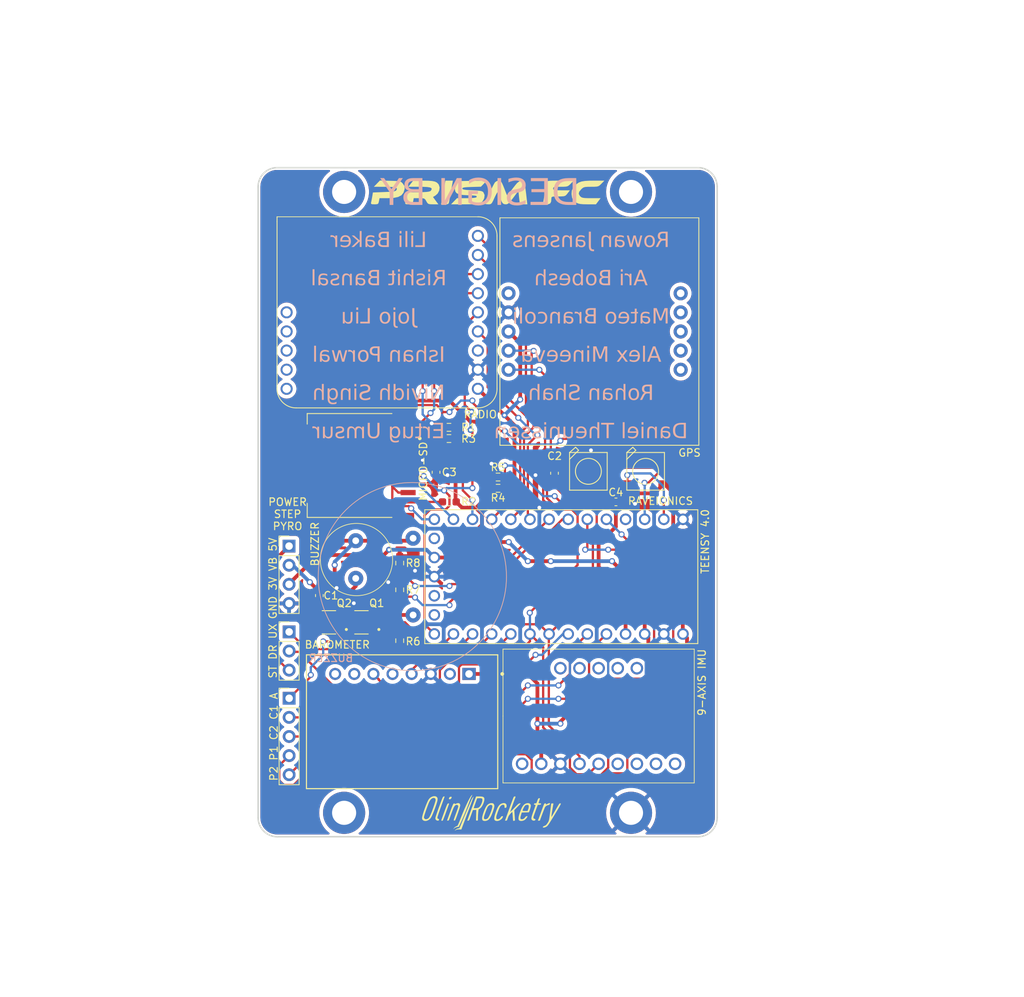
<source format=kicad_pcb>
(kicad_pcb (version 20221018) (generator pcbnew)
  (layers (0 "F.Cu" signal) (31 "B.Cu" signal) (34 "B.Paste" user) (35 "F.Paste" user) (36 "B.SilkS" user "B.Silkscreen") (37 "F.SilkS" user "F.Silkscreen") (38 "B.Mask" user) (39 "F.Mask" user) (44 "Edge.Cuts" user))
  (net 0 "")
  (net 1 "GND")
  (net 2 "/PYRO 1")
  (net 3 "/PYRO 2")
  (net 4 "/CONT 1")
  (net 5 "/CONT 2")
  (net 6 "/ARM")
  (net 7 "Net-(J1-DAT2)")
  (net 8 "/MISO")
  (net 9 "/BUZZER 1")
  (net 10 "/SD_CS")
  (net 16 "/3.3V")
  (net 19 "/VBAT")
  (net 23 "/BUZZER 2")
  (net 26 "/SD_SCK")
  (net 27 "/MOSI")
  (net 28 "/5V")
  (net 29 "Net-(J1-DAT1)")
  (net 30 "/STEP")
  (net 31 "/DIR")
  (net 36 "/V_Mon")
  (net 37 "/Radio_RST")
  (net 38 "/CS 1")
  (net 39 "/RX 5")
  (net 41 "/NEOPIXEL")
  (net 51 "Net-(D3-DIN)")
  (net 52 "/SDA")
  (net 53 "/SCL")
  (net 55 "/SD_DETECT")
  (net 60 "Net-(R6-Pad1)")
  (net 61 "/UART")
  (net 62 "Net-(U5-N)")
  (net 63 "Net-(U6-N)")
  (footprint "Resistor_SMD:R_0603_1608Metric_Pad0.98x0.95mm_HandSolder" (layer "F.Cu") (at 125.984 106.172 -90)
    (fp_text reference "R7")
    (fp_text value "10k")
  )
  (footprint "rocketry_footprints:HRS_DM3CS-SF" (layer "F.Cu") (at 120.75 89.85 90)
    (fp_text reference "J1" hide)
    (fp_text value "Micro_SD_Card_Det_Hirose_DM3AT" hide)
  )
  (footprint "MountingHole:MountingHole_3.2mm_M3_DIN965_Pad_TopBottom" (layer "F.Cu") (at 156.7 53.3)
    (fp_text reference "H2" hide)
    (fp_text value "MountingHole" hide)
  )
  (footprint "rocketry_footprints:Adafruit_Industries-3966-MFG" (layer "F.Cu") (at 126.3 123.698 180)
    (fp_text reference "U3" hide)
    (fp_text value "3966" hide)
  )
  (footprint "rocketry_footprints:SOT95P280X125-3N" (layer "F.Cu") (at 120.904 110.49 180)
    (fp_text reference "Q1")
    (fp_text value "AO3400A")
  )
  (footprint "Connector_PinHeader_2.54mm:PinHeader_1x05_P2.54mm_Vertical" (layer "F.Cu") (at 111.3 120.58)
    (fp_text reference "Pyro1" hide)
    (fp_text value "Conn_01x05_Socket" hide)
  )
  (footprint "MountingHole:MountingHole_3.2mm_M3_DIN965_Pad_TopBottom" (layer "F.Cu") (at 118.6 135.8)
    (fp_text reference "H3" hide)
    (fp_text value "MountingHole" hide)
  )
  (footprint "Capacitor_SMD:C_0603_1608Metric_Pad1.08x0.95mm_HandSolder" (layer "F.Cu") (at 130.81 90.547 90)
    (fp_text reference "C3")
    (fp_text value "0.1uf" hide)
  )
  (footprint "MountingHole:MountingHole_3.2mm_M3_DIN965_Pad_TopBottom" (layer "F.Cu") (at 156.7 135.8)
    (fp_text reference "H4" hide)
    (fp_text value "MountingHole" hide)
  )
  (footprint "rocketry_footprints:CMI-9605-1280T" (layer "F.Cu") (at 120.142 102.148 -90)
    (fp_text reference "U6" hide)
    (fp_text value "CMI-9605-1280T" hide)
  )
  (footprint "rocketry_footprints:RFM69HCW_Breakout" (layer "F.Cu") (at 124.3 69.3)
    (fp_text reference "U4" hide)
    (fp_text value "RFM69HCW_Breakout" hide)
  )
  (footprint "Resistor_SMD:R_0603_1608Metric_Pad0.98x0.95mm_HandSolder" (layer "F.Cu") (at 125.984 112.9265 90)
    (fp_text reference "R6")
    (fp_text value "1k" hide)
  )
  (footprint "LOGO" (layer "F.Cu") (at 137.506882 53.550235)
    (fp_text reference "")
    (fp_text value "LOGO" hide)
  )
  (footprint "rocketry_footprints:IMU MIni" (layer "F.Cu") (at 152.4 122.936)
    (fp_text reference "J3" hide)
    (fp_text value "3387" hide)
  )
  (footprint "LOGO" (layer "F.Cu") (at 138.073368 135.600562)
    (fp_text reference "G***" hide)
    (fp_text value "LOGO" hide)
  )
  (footprint "Resistor_SMD:R_0603_1608Metric_Pad0.98x0.95mm_HandSolder" (layer "F.Cu") (at 132.525 86.072 180)
    (fp_text reference "R3")
    (fp_text value "10k" hide)
  )
  (footprint "Resistor_SMD:R_0603_1608Metric_Pad0.98x0.95mm_HandSolder" (layer "F.Cu") (at 132.525 84.582)
    (fp_text reference "R1")
    (fp_text value "10k" hide)
  )
  (footprint "rocketry_footprints:MODULE_DEV-15583" (layer "F.Cu") (at 147.09 104.42 -90)
    (fp_text reference "U1" hide)
    (fp_text value "Teensy4.0" hide)
  )
  (footprint "rocketry_footprints:GPS-14414" (layer "F.Cu") (at 151.7365 71.977 -90)
    (fp_text reference "U2" hide)
    (fp_text value "GPS-14414" hide)
  )
  (footprint "rocketry_footprints:SOT95P280X125-3N" (layer "F.Cu") (at 116.586 110.49 180)
    (fp_text reference "Q2")
    (fp_text value "AO3400A" hide)
  )
  (footprint "Connector_PinHeader_2.54mm:PinHeader_1x04_P2.54mm_Vertical" (layer "F.Cu") (at 111.29 100.36)
    (fp_text reference "Power1" hide)
    (fp_text value "Conn_01x04_Socket" hide)
  )
  (footprint "Resistor_SMD:R_0603_1608Metric_Pad0.98x0.95mm_HandSolder" (layer "F.Cu") (at 132.575 94.488)
    (fp_text reference "R2")
    (fp_text value "10k" hide)
  )
  (footprint "rocketry_footprints:WS2812B" (layer "F.Cu") (at 151.04 90.424)
    (fp_text reference "D3" hide)
    (fp_text value "WS2812B" hide)
  )
  (footprint "Resistor_SMD:R_0603_1608Metric_Pad0.98x0.95mm_HandSolder" (layer "F.Cu") (at 125.984 102.616 -90)
    (fp_text reference "R8")
    (fp_text value "10k")
  )
  (footprint "Resistor_SMD:R_0603_1608Metric_Pad0.98x0.95mm_HandSolder" (layer "F.Cu") (at 139.0415 91.186 180)
    (fp_text reference "R5")
    (fp_text value "15k" hide)
  )
  (footprint "MountingHole:MountingHole_3.2mm_M3_DIN965_Pad_TopBottom" (layer "F.Cu") (at 118.6 53.3)
    (fp_text reference "H1" hide)
    (fp_text value "MountingHole" hide)
  )
  (footprint "Connector_PinHeader_2.54mm:PinHeader_1x03_P2.54mm_Vertical" (layer "F.Cu") (at 111.3 111.76)
    (fp_text reference "Stepper1" hide)
    (fp_text value "Conn_01x03_Socket" hide)
  )
  (footprint "rocketry_footprints:WS2812B" (layer "F.Cu") (at 158.64 90.424)
    (fp_text reference "D5" hide)
    (fp_text value "WS2812B" hide)
  )
  (footprint "Capacitor_SMD:C_0603_1608Metric" (layer "F.Cu") (at 154.699 94.488 180)
    (fp_text reference "C4")
    (fp_text value "10uf" hide)
  )
  (footprint "Resistor_SMD:R_0603_1608Metric_Pad0.98x0.95mm_HandSolder" (layer "F.Cu") (at 139.0475 92.682)
    (fp_text reference "R4")
    (fp_text value "56k" hide)
  )
  (footprint "Capacitor_SMD:C_0603_1608Metric_Pad1.08x0.95mm_HandSolder" (layer "F.Cu") (at 115.316 106.934 -90)
    (fp_text reference "C1")
    (fp_text value "0.1uf" hide)
  )
  (footprint "Capacitor_SMD:C_0603_1608Metric_Pad1.08x0.95mm_HandSolder" (layer "F.Cu") (at 146.54 90.679 -90)
    (fp_text reference "C2")
    (fp_text value "0.1uf" hide)
  )
  (footprint "rocketry_footprints:CT25E-16T150-1" (layer "B.Cu") (at 127.762 104.414 -90)
    (fp_text reference "U5" hide)
    (fp_text value "CT25E-16T150-1" hide)
  )
  (gr_line (start 168.14 136.435) (end 168.14 52.615) (stroke (width 0.2)) (layer "Edge.Cuts"))
  (gr_line (start 109.72 138.975) (end 165.6 138.975) (stroke (width 0.2)) (layer "Edge.Cuts"))
  (gr_arc (start 168.14 136.435) (mid 167.396051 138.231051) (end 165.6 138.975) (stroke (width 0.2)) (layer "Edge.Cuts"))
  (gr_line (start 107.18 52.615) (end 107.18 136.435) (stroke (width 0.2)) (layer "Edge.Cuts"))
  (gr_line (start 165.6 50.075) (end 109.72 50.075) (stroke (width 0.2)) (layer "Edge.Cuts"))
  (gr_arc (start 107.18 52.615) (mid 107.923949 50.818949) (end 109.72 50.075) (stroke (width 0.2)) (layer "Edge.Cuts"))
  (gr_arc (start 165.6 50.075) (mid 167.396051 50.818949) (end 168.14 52.615) (stroke (width 0.2)) (layer "Edge.Cuts"))
  (gr_arc (start 109.72 138.975) (mid 107.923949 138.231051) (end 107.18 136.435) (stroke (width 0.2)) (layer "Edge.Cuts"))
  (gr_text "Ertug Umsur" (at 123.19 86.36) (layer "B.SilkS") (effects (font (size 2 2)) (justify bottom mirror)))
  (gr_text "Daniel Theunissen" (at 151.384 86.36) (layer "B.SilkS") (effects (font (size 2 2)) (justify bottom mirror)))
  (gr_text "Mateo Brancoli" (at 151.384 71.12) (layer "B.SilkS") (effects (font (size 2 2)) (justify bottom mirror)))
  (gr_text "Lili Baker" (at 123.19 60.96) (layer "B.SilkS") (effects (font (size 2 2)) (justify bottom mirror)))
  (gr_text "Ishan Porwal" (at 123.19 76.2) (layer "B.SilkS") (effects (font (size 2 2) (thickness 0.3)) (justify bottom mirror)))
  (gr_text "Rowan Jansens" (at 151.384 60.96) (layer "B.SilkS") (effects (font (size 2 2)) (justify bottom mirror)))
  (gr_text "Nividh Singh" (at 123.19 81.28) (layer "B.SilkS") (effects (font (size 2 2)) (justify bottom mirror)))
  (gr_text "Rohan Shah" (at 151.384 81.28) (layer "B.SilkS") (effects (font (size 2 2)) (justify bottom mirror)))
  (gr_text "Alex Mineeva" (at 151.384 76.2) (layer "B.SilkS") (effects (font (size 2 2)) (justify bottom mirror)))
  (gr_text "BUZZER" (at 119.888 115.824) (layer "B.SilkS") (effects (font (size 1 1)) (justify left bottom mirror)))
  (gr_text "DESIGN BY" (at 136.652 55.626) (layer "B.SilkS") (effects (font (size 3.5 3.5) (thickness 0.5)) (justify bottom mirror)))
  (gr_text "Jojo Liu" (at 123.19 71.12) (layer "B.SilkS") (effects (font (size 2 2) (thickness 0.3)) (justify bottom mirror)))
  (gr_text "Ari Bobesh" (at 151.384 66.04) (layer "B.SilkS") (effects (font (size 2 2) (thickness 0.3)) (justify bottom mirror)))
  (gr_text "Rishit Bansal" (at 123.19 66.04) (layer "B.SilkS") (effects (font (size 2 2) (thickness 0.3)) (justify bottom mirror)))
  (gr_text "ST DR UX\n" (at 109.728 114.3 90) (layer "F.SilkS") (effects (font (size 1 1)) (justify bottom)))
  (gr_text "9-AXIS IMU" (at 166.7 123 90) (layer "F.SilkS") (effects (font (size 1 1)) (justify left bottom)))
  (gr_text "RAVEIONICS\n" (at 156.21 94.954) (layer "F.SilkS") (effects (font (size 1 1)) (justify left bottom)))
  (gr_text "GPS" (at 162.9 88.55) (layer "F.SilkS") (effects (font (size 1 1)) (justify left bottom)))
  (gr_text "BAROMETER" (at 113.284 114.046) (layer "F.SilkS") (effects (font (size 1 1)) (justify left bottom)))
  (gr_text "GND 3V VB 5V" (at 109.728 104.648 90) (layer "F.SilkS") (effects (font (size 1 1)) (justify bottom)))
  (gr_text "TEENSY 4.0" (at 167.132 104.14 90) (layer "F.SilkS") (effects (font (size 1 1)) (justify left bottom)))
  (gr_text "POWER\nSTEP\nPYRO" (at 111.09 98.31) (layer "F.SilkS") (effects (font (size 1 1)) (justify bottom)))
  (gr_text "P2 P1 C2 C1 A" (at 109.85 125.7 90) (layer "F.SilkS") (effects (font (size 1 1)) (justify bottom)))
  (gr_text "RADIO" (at 134.4 83.45) (layer "F.SilkS") (effects (font (size 1 1)) (justify left bottom)))
  (gr_text "MICRO-SD" (at 129.7 94.45 90) (layer "F.SilkS") (effects (font (size 1 1)) (justify left bottom)))
  (gr_text "BUZZER" (at 115.316 103.124 90) (layer "F.SilkS") (effects (font (size 1 1)) (justify left bottom)))
  (segment (start 130.81 91.4095) (end 131.8565 91.4095) (width 0.5) (layer "F.Cu") (net 1))
  (segment (start 131.8565 91.4095) (end 132.334 90.932) (width 0.5) (layer "F.Cu") (net 1))
  (segment (start 126.0875 101.7035) (end 125.984 101.7035) (width 0.5) (layer "F.Cu") (net 1))
  (segment (start 138.129 91.186) (end 138.129 89.455) (width 0.5) (layer "F.Cu") (net 1))
  (segment (start 148.97 88.774) (end 148.59 88.774) (width 0.5) (layer "F.Cu") (net 1))
  (segment (start 155.046 87.63) (end 150.114 87.63) (width 0.5) (layer "F.Cu") (net 1))
  (segment (start 119.888 107.95) (end 119.431 107.95) (width 0.5) (layer "F.Cu") (net 1))
  (segment (start 115.1325 107.98) (end 115.316 107.7965) (width 0.5) (layer "F.Cu") (net 1))
  (segment (start 119.888 107.95) (end 120.569 107.95) (width 0.5) (layer "F.Cu") (net 1))
  (segment (start 144.018 94.742) (end 144.526 95.25) (width 0.5) (layer "F.Cu") (net 1))
  (segment (start 130.0695 92.15) (end 127.1 92.15) (width 0.5) (layer "F.Cu") (net 1))
  (segment (start 130.81 91.4095) (end 130.0695 92.15) (width 0.5) (layer "F.Cu") (net 1))
  (segment (start 115.7235 107.7965) (end 117.602 105.918) (width 0.5) (layer "F.Cu") (net 1))
  (segment (start 156.972 94.488) (end 157.226 94.742) (width 0.5) (layer "F.Cu") (net 1))
  (segment (start 146.54 89.904) (end 147.46 89.904) (width 0.5) (layer "F.Cu") (net 1))
  (segment (start 150.114 87.63) (end 148.97 88.774) (width 0.5) (layer "F.Cu") (net 1))
  (segment (start 115.316 107.7965) (end 115.7235 107.7965) (width 0.5) (layer "F.Cu") (net 1))
  (segment (start 128.016 103.632) (end 126.0875 101.7035) (width 0.5) (layer "F.Cu") (net 1))
  (segment (start 155.474 94.488) (end 156.972 94.488) (width 0.5) (layer "F.Cu") (net 1))
  (segment (start 156.19 88.774) (end 155.046 87.63) (width 0.5) (layer "F.Cu") (net 1))
  (segment (start 138.129 89.455) (end 138.176 89.408) (width 0.5) (layer "F.Cu") (net 1))
  (segment (start 144.018 90.932) (end 144.018 94.742) (width 0.5) (layer "F.Cu") (net 1))
  (segment (start 120.569 107.95) (end 122.159 109.54) (width 0.5) (layer "F.Cu") (net 1))
  (segment (start 119.431 107.95) (end 117.841 109.54) (width 0.5) (layer "F.Cu") (net 1))
  (segment (start 156.19 88.774) (end 155.81 88.774) (width 0.5) (layer "F.Cu") (net 1))
  (segment (start 147.46 89.904) (end 148.59 88.774) (width 0.5) (layer "F.Cu") (net 1))
  (segment (start 124.46 105.156) (end 124.5635 105.2595) (width 0.5) (layer "F.Cu") (net 1))
  (segment (start 111.29 107.98) (end 115.1325 107.98) (width 0.5) (layer "F.Cu") (net 1))
  (segment (start 124.5635 105.2595) (end 125.984 105.2595) (width 0.5) (layer "F.Cu") (net 1))
  (via (at 138.176 89.408) (size 0.8) (drill 0.5) (layers "F.Cu" "B.Cu") (net 1))
  (via (at 124.46 105.156) (size 0.8) (drill 0.5) (layers "F.Cu" "B.Cu") (net 1))
  (via (at 132.334 90.932) (size 0.8) (drill 0.5) (layers "F.Cu" "B.Cu") (net 1))
  (via (at 144.526 95.25) (size 0.8) (drill 0.5) (layers "F.Cu" "B.Cu") (net 1))
  (via (at 128.016 103.632) (size 0.8) (drill 0.5) (layers "F.Cu" "B.Cu") (net 1))
  (via (at 117.602 105.918) (size 0.8) (drill 0.5) (layers "F.Cu" "B.Cu") (net 1))
  (via (at 151.384 87.63) (size 0.8) (drill 0.5) (layers "F.Cu" "B.Cu") (net 1))
  (via (at 144.018 90.932) (size 0.8) (drill 0.5) (layers "F.Cu" "B.Cu") (net 1))
  (via (at 157.226 94.742) (size 0.8) (drill 0.5) (layers "F.Cu" "B.Cu") (net 1))
  (via (at 119.888 107.95) (size 0.8) (drill 0.5) (layers "F.Cu" "B.Cu") (net 1))
  (segment (start 136.906 98.044) (end 129.032 98.044) (width 0.5) (layer "B.Cu") (net 1))
  (segment (start 124.46 104.42) (end 123.418 104.42) (width 0.5) (layer "B.Cu") (net 1))
  (segment (start 136.906 88.646) (end 136.906 89.408) (width 0.5) (layer "B.Cu") (net 1))
  (segment (start 117.856 105.918) (end 119.888 107.95) (width 0.5) (layer "B.Cu") (net 1))
  (segment (start 157.051 102.283) (end 157.147 102.283) (width 0.5) (layer "B.Cu") (net 1))
  (segment (start 153.44 104.42) (end 152.721468 104.42) (width 0.5) (layer "B.Cu") (net 1))
  (segment (start 153.67 115.57) (end 153.67 118.872) (width 0.3) (layer "B.Cu") (net 1))
  (segment (start 152.146 114.046) (end 153.67 115.57) (width 0.3) (layer "B.Cu") (net 1))
  (segment (start 148.59 116.010305) (end 148.59 118.364) (width 0.3) (layer "B.Cu") (net 1))
  (segment (start 136.906 90.932) (end 136.906 98.044) (width 0.5) (layer "B.Cu") (net 1))
  (segment (start 154.914 104.42) (end 157.051 102.283) (width 0.5) (layer "B.Cu") (net 1))
  (segment (start 161.06 112.04) (end 153.44 104.42) (width 0.5) (layer "B.Cu") (net 1))
  (segment (start 137.922 80.518) (end 136.906 81.534) (width 0.5) (layer "B.Cu") (net 1))
  (segment (start 136.906 89.408) (end 136.906 90.932) (width 0.5) (layer "B.Cu") (net 1))
  (segment (start 117.602 105.918) (end 117.856 105.918) (width 0.5) (layer "B.Cu") (net 1))
  (segment (start 162.05 90.676) (end 162.05 95.25) (width 0.5) (layer "B.Cu") (net 1))
  (segment (start 128.016 103.632) (end 128.016 104.42) (width 0.5) (layer "B.Cu") (net 1))
  (segment (start 136.906 81.534) (end 136.906 84.836) (width 0.5) (layer "B.Cu") (net 1))
  (segment (start 132.334 90.932) (end 136.906 90.932) (width 0.5) (layer "B.Cu") (net 1))
  (segment (start 141.986 104.42) (end 144.526 104.42) (width 0.5) (layer "B.Cu") (net 1))
  (segment (start 130.11 117.348) (end 131.826 115.632) (width 0.5) (layer "B.Cu") (net 1))
  (segment (start 157.226 94.742) (end 157.226 95.758) (width 0.5) (layer "B.Cu") (net 1))
  (segment (start 151.384 87.63) (end 151.384 88) (width 0.5) (layer "B.Cu") (net 1))
  (segment (start 152.721468 104.42) (end 152.928734 104.42) (width 0.5) (layer "B.Cu") (net 1))
  (segment (start 154.686 93.218) (end 157.226 95.758) (width 0.5) (layer "B.Cu") (net 1))
  (segment (start 144.018 90.932) (end 144.018 89.154) (width 0.5) (layer "B.Cu") (net 1))
  (segment (start 136.906 84.836) (end 136.906 88.646) (width 0.5) (layer "B.Cu") (net 1))
  (segment (start 141.986 104.42) (end 141.986 113.792) (width 0.5) (layer "B.Cu") (net 1))
  (segment (start 162.05 95.25) (end 163.6 96.8) (width 0.5) (layer "B.Cu") (net 1))
  (segment (start 160.8115 89.4375) (end 162.05 90.676) (width 0.5) (layer "B.Cu") (net 1))
  (segment (start 153.44 104.42) (end 154.914 104.42) (width 0.5) (layer "B.Cu") (net 1))
  (segment (start 144.018 90.932) (end 137.922 84.836) (width 0.5) (layer "B.Cu") (net 1))
  (segment (start 157.147 102.283) (end 159.766 99.664) (width 0.5) (layer "B.Cu") (net 1))
  (segment (start 144.018 89.154) (end 145.542 87.63) (width 0.5) (layer "B.Cu") (net 1))
  (segment (start 130.58 104.42) (end 128.016 104.42) (width 0.5) (layer "B.Cu") (net 1))
  (segment (start 128.016 104.42) (end 124.46 104.42) (width 0.5) (layer "B.Cu") (net 1))
  (segment (start 160.528 95.25) (end 162.05 95.25) (width 0.5) (layer "B.Cu") (net 1))
  (segment (start 157.226 95.758) (end 157.226 102.204) (width 0.5) (layer "B.Cu") (net 1))
  (segment (start 133.858 104.42) (end 130.58 104.42) (width 0.5) (layer "B.Cu") (net 1))
  (segment (start 132.1915 110.744) (end 133.858 109.0775) (width 0.5) (layer "B.Cu") (net 1))
  (segment (start 152.146 104.42) (end 152.146 114.046) (width 0.5) (layer "B.Cu") (net 1))
  (segment (start 159.766 96.012) (end 160.528 95.25) (width 0.5) (layer "B.Cu") (net 1))
  (segment (start 147.32 129.286) (end 158.7625 117.8435) (width 0.5) (layer "B.Cu") (net 1))
  (segment (start 145.542 87.63) (end 151.384 87.63) (width 0.5) (layer "B.Cu") (net 1))
  (segment (start 151.384 88) (end 154.686 91.302) (width 0.5) (layer "B.Cu") (net 1))
  (segment (start 133.858 109.0775) (end 133.858 104.42) (width 0.5) (layer "B.Cu") (net 1))
  (segment (start 137.922 84.836) (end 136.906 84.836) (width 0.5) (layer "B.Cu") (net 1))
  (segment (start 124.46 105.156) (end 124.46 104.42) (width 0.5) (layer "B.Cu") (net 1))
  (segment (start 123.418 104.42) (end 119.888 107.95) (width 0.5) (layer "B.Cu") (net 1))
  (segment (start 136.365 76.92) (end 137.922 78.477) (width 0.5) (layer "B.Cu") (net 1))
  (segment (start 144.526 104.42) (end 152.146 104.42) (width 0.5) (layer "B.Cu") (net 1))
  (segment (start 154.686 91.302) (end 154.686 93.218) (width 0.5) (layer "B.Cu") (net 1))
  (segment (start 131.826 110.775) (end 131.795 110.744) (width 0.5) (layer "B.Cu") (net 1))
  (segment (start 136.906 104.42) (end 141.986 104.42) (width 0.5) (layer "B.Cu") (net 1))
  (segment (start 136.906 104.42) (end 136.906 114.808) (width 0.5) (layer "B.Cu") (net 1))
  (segment (start 159.766 99.664) (end 159.766 96.012) (width 0.5) (layer "B.Cu") (net 1))
  (segment (start 150.554305 114.046) (end 148.59 116.010305) (width 0.3) (layer "B.Cu") (net 1))
  (segment (start 158.7625 117.8435) (end 158.7625 114.3375) (width 0.5) (layer "B.Cu") (net 1))
  (segment (start 138.176 89.408) (end 136.906 89.408) (width 0.5) (layer "B.Cu") (net 1))
  (segment (start 137.922 78.477) (end 137.922 80.518) (width 0.5) (layer "B.Cu") (net 1))
  (segment (start 131.826 115.632) (end 131.826 110.775) (width 0.5) (layer "B.Cu") (net 1))
  (segment (start 131.795 110.744) (end 129.286 110.744) (width 0.5) (layer "B.Cu") (net 1))
  (segment (start 158.7625 114.3375) (end 161.06 112.04) (width 0.5) (layer "B.Cu") (net 1))
  (segment (start 152.146 104.42) (end 152.721468 104.42) (width 0.5) (layer "B.Cu") (net 1))
  (segment (start 130.58 104.42) (end 136.906 104.42) (width 0.5) (layer "B.Cu") (net 1))
  (segment (start 131.795 110.744) (end 132.1915 110.744) (width 0.5) (layer "B.Cu") (net 1))
  (segment (start 144.526 104.42) (end 144.526 95.25) (width 0.5) (layer "B.Cu") (net 1))
  (segment (start 157.226 102.204) (end 157.147 102.283) (width 0.5) (layer "B.Cu") (net 1))
  (segment (start 152.146 114.046) (end 150.554305 114.046) (width 0.3) (layer "B.Cu") (net 1))
  (segment (start 161.036 114.292) (end 161.036 123.698) (width 0.3) (layer "F.Cu") (net 2))
  (segment (start 109.982 129.518) (end 111.3 128.2) (width 0.3) (layer "F.Cu") (net 2))
  (segment (start 162.306 113.022) (end 161.036 114.292) (width 0.3) (layer "F.Cu") (net 2))
  (segment (start 139.446 129.032) (end 114.972682 129.032) (width 0.3) (layer "F.Cu") (net 2))
  (segment (start 110.603318 132.104) (end 109.982 131.482682) (width 0.3) (layer "F.Cu") (net 2))
  (segment (start 156.21 130.302) (end 155.956 130.556) (width 0.3) (layer "F.Cu") (net 2))
  (segment (start 152.4 132.08) (end 142.494 132.08) (width 0.3) (layer "F.Cu") (net 2))
  (segment (start 162.306 105.666) (end 162.306 113.022) (width 0.3) (layer "F.Cu") (net 2))
  (segment (start 161.036 123.698) (end 156.21 128.524) (width 0.3) (layer "F.Cu") (net 2))
  (segment (start 155.956 130.556) (end 153.924 130.556) (width 0.3) (layer "F.Cu") (net 2))
  (segment (start 109.982 131.482682) (end 109.982 129.518) (width 0.3) (layer "F.Cu") (net 2))
  (segment (start 114.972682 129.032) (end 111.900682 132.104) (width 0.3) (layer "F.Cu") (net 2))
  (segment (start 155.448 98.808) (end 155.448 98.806) (width 0.3) (layer "F.Cu") (net 2))
  (segment (start 162.306 105.666) (end 155.448 98.808) (width 0.3) (layer "F.Cu") (net 2))
  (segment (start 111.900682 132.104) (end 110.603318 132.104) (width 0.3) (layer "F.Cu") (net 2))
  (segment (start 156.21 128.524) (end 156.21 130.302) (width 0.3) (layer "F.Cu") (net 2))
  (segment (start 153.924 130.556) (end 152.4 132.08) (width 0.3) (layer "F.Cu") (net 2))
  (segment (start 142.494 132.08) (end 139.446 129.032) (width 0.3) (layer "F.Cu") (net 2))
  (via (at 155.448 98.806) (size 0.8) (drill 0.5) (layers "F.Cu" "B.Cu") (net 2))
  (segment (start 155.446 98.806) (end 153.44 96.8) (width 0.3) (layer "B.Cu") (net 2))
  (segment (start 155.448 98.806) (end 155.446 98.806) (width 0.3) (layer "B.Cu") (net 2))
  (segment (start 154.686 100.838) (end 159.766 105.918) (width 0.3) (layer "F.Cu") (net 3))
  (segment (start 153.67 100.838) (end 154.686 100.838) (width 0.3) (layer "F.Cu") (net 3))
  (segment (start 153.67 127.508) (end 153.67 129.794) (width 0.3) (layer "F.Cu") (net 3))
  (segment (start 143.51 128.778) (end 142.748 128.016) (width 0.3) (layer "F.Cu") (net 3))
  (segment (start 153.67 129.794) (end 152.286061 131.177939) (width 0.3) (layer "F.Cu") (net 3))
  (segment (start 143.51 130.121348) (end 143.51 128.778) (width 0.3) (layer "F.Cu") (net 3))
  (segment (start 142.748 128.016) (end 114.024 128.016) (width 0.3) (layer "F.Cu") (net 3))
  (segment (start 159.766 121.412) (end 153.67 127.508) (width 0.3) (layer "F.Cu") (net 3))
  (segment (start 144.566591 131.177939) (end 143.51 130.121348) (width 0.3) (layer "F.Cu") (net 3))
  (segment (start 159.766 105.918) (end 159.766 121.412) (width 0.3) (layer "F.Cu") (net 3))
  (segment (start 150.9 100.56) (end 150.9 96.8) (width 0.3) (layer "F.Cu") (net 3))
  (segment (start 152.286061 131.177939) (end 144.566591 131.177939) (width 0.3) (layer "F.Cu") (net 3))
  (segment (start 150.622 100.838) (end 150.9 100.56) (width 0.3) (layer "F.Cu") (net 3))
  (segment (start 114.024 128.016) (end 111.3 130.74) (width 0.3) (layer "F.Cu") (net 3))
  (via (at 153.67 100.838) (size 0.8) (drill 0.5) (layers "F.Cu" "B.Cu") (net 3))
  (via (at 150.622 100.838) (size 0.8) (drill 0.5) (layers "F.Cu" "B.Cu") (net 3))
  (segment (start 153.67 100.838) (end 150.622 100.838) (width 0.3) (layer "B.Cu") (net 3))
  (segment (start 150.9 112.04) (end 148.59 114.35) (width 0.3) (layer "F.Cu") (net 4))
  (segment (start 148.59 117.348) (end 147.066 118.872) (width 0.3) (layer "F.Cu") (net 4))
  (segment (start 143.002 118.872) (end 138.754 123.12) (width 0.3) (layer "F.Cu") (net 4))
  (segment (start 148.59 114.35) (end 148.59 117.348) (width 0.3) (layer "F.Cu") (net 4))
  (segment (start 138.754 123.12) (end 111.3 123.12) (width 0.3) (layer "F.Cu") (net 4))
  (via (at 143.002 118.872) (size 0.8) (drill 0.5) (layers "F.Cu" "B.Cu") (net 4))
  (via (at 147.066 118.872) (size 0.8) (drill 0.5) (layers "F.Cu" "B.Cu") (net 4))
  (segment (start 147.066 118.872) (end 143.002 118.872) (width 0.3) (layer "B.Cu") (net 4))
  (segment (start 124.468 111.250542) (end 124.468 111.752) (width 0.3) (layer "F.Cu") (net 5))
  (segment (start 129.739107 113.538) (end 126.699107 110.498) (width 0.3) (layer "F.Cu") (net 5))
  (segment (start 114.173 117.707) (end 111.3 120.58) (width 0.3) (layer "F.Cu") (net 5))
  (segment (start 131.08447 113.538) (end 129.739107 113.538) (width 0.3) (layer "F.Cu") (net 5))
  (segment (start 125.220542 110.498) (end 124.468 111.250542) (width 0.3) (layer "F.Cu") (net 5))
  (segment (start 124.468 111.752) (end 123.19 113.03) (width 0.3) (layer "F.Cu") (net 5))
  (segment (start 131.42447 113.198) (end 131.08447 113.538) (width 0.3) (layer "F.Cu") (net 5))
  (segment (start 123.19 113.03) (end 115.824 113.03) (width 0.3) (layer "F.Cu") (net 5))
  (segment (start 114.173 117.475) (end 114.173 117.707) (width 0.3) (layer "F.Cu") (net 5))
  (segment (start 131.962 113.198) (end 131.42447 113.198) (width 0.3) (layer "F.Cu") (net 5))
  (segment (start 126.699107 110.498) (end 125.220542 110.498) (width 0.3) (layer "F.Cu") (net 5))
  (segment (start 133.12 112.04) (end 131.962 113.198) (width 0.3) (layer "F.Cu") (net 5))
  (via (at 115.824 113.03) (size 0.8) (drill 0.5) (layers "F.Cu" "B.Cu") (net 5))
  (via (at 114.173 117.475) (size 0.8) (drill 0.5) (layers "F.Cu" "B.Cu") (net 5))
  (segment (start 114.173 117.475) (end 114.173 116.459) (width 0.3) (layer "B.Cu") (net 5))
  (segment (start 115.824 114.808) (end 115.824 113.03) (width 0.3) (layer "B.Cu") (net 5))
  (segment (start 114.173 116.459) (end 115.824 114.808) (width 0.3) (layer "B.Cu") (net 5))
  (segment (start 137.992 125.66) (end 111.3 125.66) (width 0.3) (layer "F.Cu") (net 6))
  (segment (start 147.955 120.65) (end 147.066 120.65) (width 0.3) (layer "F.Cu") (net 6))
  (segment (start 143.002 120.65) (end 137.992 125.66) (width 0.3) (layer "F.Cu") (net 6))
  (segment (start 151.13 114.35) (end 151.13 117.475) (width 0.3) (layer "F.Cu") (net 6))
  (segment (start 153.44 112.04) (end 151.13 114.35) (width 0.3) (layer "F.Cu") (net 6))
  (segment (start 151.13 117.475) (end 147.955 120.65) (width 0.3) (layer "F.Cu") (net 6))
  (via (at 147.066 120.65) (size 0.8) (drill 0.5) (layers "F.Cu" "B.Cu") (net 6))
  (via (at 143.002 120.65) (size 0.8) (drill 0.5) (layers "F.Cu" "B.Cu") (net 6))
  (segment (start 147.066 120.65) (end 143.002 120.65) (width 0.3) (layer "B.Cu") (net 6))
  (segment (start 131.122 86.65) (end 131.7 86.072) (width 0.3) (layer "F.Cu") (net 7))
  (segment (start 127.1 86.65) (end 131.122 86.65) (width 0.3) (layer "F.Cu") (net 7))
  (segment (start 130.075 82.675) (end 127.625 85.125) (width 0.3) (layer "F.Cu") (net 8))
  (segment (start 125.717894 85.125) (end 125 85.842894) (width 0.3) (layer "F.Cu") (net 8))
  (segment (start 130.556 79.756) (end 130.556 69.85) (width 0.3) (layer "F.Cu") (net 8))
  (segment (start 133.646 66.76) (end 136.365 66.76) (width 0.3) (layer "F.Cu") (net 8))
  (segment (start 127.625 85.125) (end 125.717894 85.125) (width 0.3) (layer "F.Cu") (net 8))
  (segment (start 125.8 93.25) (end 127.1 93.25) (width 0.3) (layer "F.Cu") (net 8))
  (segment (start 130.556 69.85) (end 133.646 66.76) (width 0.3) (layer "F.Cu") (net 8))
  (segment (start 125 92.45) (end 125.8 93.25) (width 0.3) (layer "F.Cu") (net 8))
  (segment (start 127.2075 95.05) (end 125.75 95.05) (width 0.3) (layer "F.Cu") (net 8))
  (segment (start 125.75 95.05) (end 125 94.3) (width 0.3) (layer "F.Cu") (net 8))
  (segment (start 125 94.3) (end 125 92.45) (width 0.3) (layer "F.Cu") (net 8))
  (segment (start 127.508 95.3505) (end 127.2075 95.05) (width 0.3) (layer "F.Cu") (net 8))
  (segment (start 125 85.842894) (end 125 92.45) (width 0.3) (layer "F.Cu") (net 8))
  (via (at 130.075 82.675) (size 0.8) (drill 0.5) (layers "F.Cu" "B.Cu") (net 8))
  (via (at 127.508 95.3505) (size 0.8) (drill 0.5) (layers "F.Cu" "B.Cu") (net 8))
  (via (at 130.556 79.756) (size 0.8) (drill 0.5) (layers "F.Cu" "B.Cu") (net 8))
  (segment (start 130.075 82.675) (end 130.556 82.194) (width 0.3) (layer "B.Cu") (net 8))
  (segment (start 130.58 96.8) (end 128.9575 96.8) (width 0.3) (layer "B.Cu") (net 8))
  (segment (start 128.9575 96.8) (end 127.508 95.3505) (width 0.3) (layer "B.Cu") (net 8))
  (segment (start 130.556 82.194) (end 130.556 79.756) (width 0.3) (layer "B.Cu") (net 8))
  (segment (start 132.588 107.8625) (end 134.5325 105.918) (width 0.3) (layer "F.Cu") (net 9))
  (segment (start 137.668 105.918) (end 144.872 98.714) (width 0.3) (layer "F.Cu") (net 9))
  (segment (start 122.30924 111.44) (end 122.159 111.44) (width 0.3) (layer "F.Cu") (net 9))
  (segment (start 127.9125 107.0845) (end 125.984 107.0845) (width 0.3) (layer "F.Cu") (net 9))
  (segment (start 123.69 109.3785) (end 123.69 110.05924) (width 0.3) (layer "F.Cu") (net 9))
  (segment (start 147.595 96.8) (end 148.36 96.8) (width 0.3) (layer "F.Cu") (net 9))
  (segment (start 123.69 110.05924) (end 122.30924 111.44) (width 0.3) (layer "F.Cu") (net 9))
  (segment (start 128.016 107.188) (end 127.9125 107.0845) (width 0.3) (layer "F.Cu") (net 9))
  (segment (start 145.681 98.714) (end 147.595 96.8) (width 0.3) (layer "F.Cu") (net 9))
  (segment (start 134.5325 105.918) (end 137.668 105.918) (width 0.3) (layer "F.Cu") (net 9))
  (segment (start 144.872 98.714) (end 145.681 98.714) (width 0.3) (layer "F.Cu") (net 9))
  (segment (start 132.588 108.204) (end 132.588 107.8625) (width 0.3) (layer "F.Cu") (net 9))
  (segment (start 125.984 107.0845) (end 123.69 109.3785) (width 0.3) (layer "F.Cu") (net 9))
  (via (at 132.588 108.204) (size 0.8) (drill 0.5) (layers "F.Cu" "B.Cu") (net 9))
  (via (at 128.016 107.188) (size 0.8) (drill 0.5) (layers "F.Cu" "B.Cu") (net 9))
  (segment (start 129.032 108.204) (end 128.016 107.188) (width 0.3) (layer "B.Cu") (net 9))
  (segment (start 132.588 108.204) (end 129.032 108.204) (width 0.3) (layer "B.Cu") (net 9))
  (segment (start 132.6 87.364) (end 132.214 87.75) (width 0.3) (layer "F.Cu") (net 10))
  (segment (start 134.366 92.964) (end 134.366 83.824296) (width 0.3) (layer "F.Cu") (net 10))
  (segment (start 134.366 83.824296) (end 134.107704 83.566) (width 0.3) (layer "F.Cu") (net 10))
  (segment (start 132.842 83.566) (end 132.6 83.808) (width 0.3) (layer "F.Cu") (net 10))
  (segment (start 134.107704 83.566) (end 132.842 83.566) (width 0.3) (layer "F.Cu") (net 10))
  (segment (start 132.214 87.75) (end 127.1 87.75) (width 0.3) (layer "F.Cu") (net 10))
  (segment (start 135.636 94.234) (end 134.366 92.964) (width 0.3) (layer "F.Cu") (net 10))
  (segment (start 132.6 83.808) (end 132.6 87.364) (width 0.3) (layer "F.Cu") (net 10))
  (via (at 135.636 94.234) (size 0.8) (drill 0.5) (layers "F.Cu" "B.Cu") (net 10))
  (segment (start 135.636 94.234) (end 135.636 96.776) (width 0.3) (layer "B.Cu") (net 10))
  (segment (start 135.636 96.776) (end 135.66 96.8) (width 0.3) (layer "B.Cu") (net 10))
  (segment (start 158.254178 118.077939) (end 159.0025 117.329617) (width 0.5) (layer "F.Cu") (net 16))
  (segment (start 141.224 84.319) (end 141.224 93.472) (width 0.5) (layer "F.Cu") (net 16))
  (segment (start 134.2495 95.25) (end 133.4 94.4005) (width 0.5) (layer "F.Cu") (net 16))
  (segment (start 140.716 93.98) (end 137.414 93.98) (width 0.5) (layer "F.Cu") (net 16))
  (segment (start 123.87 101.55) (end 115.112 101.55) (width 0.5) (layer "F.Cu") (net 16))
  (segment (start 146.05 102.362) (end 143.002 102.362) (width 0.5) (layer "F.Cu") (net 16))
  (segment (start 133.35 89.199) (end 133.35 84.582) (width 0.5) (layer "F.Cu") (net 16))
  (segment (start 141.986 73.4025) (end 140.4335 71.85) (width 0.5) (layer "F.Cu") (net 16))
  (segment (start 141.986 80.884) (end 141.986 73.4025) (width 0.5) (layer "F.Cu") (net 16))
  (segment (start 139.875 82.97) (end 139.9 82.97) (width 0.5) (layer "F.Cu") (net 16))
  (segment (start 140.462 99.822) (end 134.62 99.822) (width 0.5) (layer "F.Cu") (net 16))
  (segment (start 130.5445 89.95) (end 130.81 89.6845) (width 0.5) (layer "F.Cu") (net 16))
  (segment (start 136.365 79.46) (end 139.875 82.97) (width 0.5) (layer "F.Cu") (net 16))
  (segment (start 133.4 94.4005) (end 133.4 90.22) (width 0.5) (layer "F.Cu") (net 16))
  (segment (start 139.9 82.995) (end 141.224 84.319) (width 0.5) (layer "F.Cu") (net 16))
  (segment (start 147.32 123.952) (end 147.32 123.698) (width 0.5) (layer "F.Cu") (net 16))
  (segment (start 144.272 123.952) (end 144.272 118.618) (width 0.5) (layer "F.Cu") (net 16))
  (segment (start 143.002 117.348) (end 135.19 117.348) (width 0.5) (layer "F.Cu") (net 16))
  (segment (start 132.562 101.88) (end 134.62 99.822) (width 0.5) (layer "F.Cu") (net 16))
  (segment (start 147.32 123.698) (end 152.940061 118.077939) (width 0.5) (layer "F.Cu") (net 16))
  (segment (start 159.0025 117.329617) (end 159.0025 112.5225) (width 0.5) (layer "F.Cu") (net 16))
  (segment (start 158.52 106.704) (end 158.52 112.04) (width 0.5) (layer "F.Cu") (net 16))
  (segment (start 144.272 123.952) (end 144.272 124.968) (width 0.5) (layer "F.Cu") (net 16))
  (segment (start 134.62 99.822) (end 136.906 97.536) (width 0.5) (layer "F.Cu") (net 16))
  (segment (start 154.178 102.362) (end 158.52 106.704) (width 0.5) (layer "F.Cu") (net 16))
  (segment (start 132.8645 89.6845) (end 133.35 89.199) (width 0.5) (layer "F.Cu") (net 16))
  (segment (start 144.78 125.476) (end 144.78 129.286) (width 0.5) (layer "F.Cu") (net 16))
  (segment (start 136.906 96.093) (end 136.317 95.504) (width 0.5) (layer "F.Cu") (net 16))
  (segment (start 136.144 95.25) (end 136.063 95.25) (width 0.5) (layer "F.Cu") (net 16))
  (segment (start 136.317 95.504) (end 136.063 95.25) (width 0.5) (layer "F.Cu") (net 16))
  (segment (start 111.29 105.372) (end 111.29 105.44) (width 0.5) (layer "F.Cu") (net 16))
  (segment (start 141.224 93.472) (end 140.716 93.98) (width 0.5) (layer "F.Cu") (net 16))
  (segment (start 130.58 101.88) (end 132.562 101.88) (width 0.5) (layer "F.Cu") (net 16))
  (segment (start 133.4 90.22) (end 132.8645 89.6845) (width 0.5) (layer "F.Cu") (net 16))
  (segment (start 136.063 95.25) (end 134.2495 95.25) (width 0.5) (layer "F.Cu") (net 16))
  (segment (start 137.414 93.98) (end 136.144 95.25) (width 0.5) (layer "F.Cu") (net 16))
  (segment (start 127.1 89.95) (end 130.5445 89.95) (width 0.5) (layer "F.Cu") (net 16))
  (segment (start 152.940061 118.077939) (end 158.254178 118.077939) (width 0.5) (layer "F.Cu") (net 16))
  (segment (start 124.57 100.85) (end 123.87 101.55) (width 0.5) (layer "F.Cu") (net 16))
  (segment (start 136.906 97.536) (end 136.906 96.093) (width 0.5) (layer "F.Cu") (net 16))
  (segment (start 144.272 118.618) (end 143.002 117.348) (width 0.5) (layer "F.Cu") (net 16))
  (segment (start 132.8645 89.6845) (end 130.81 89.6845) (width 0.5) (layer "F.Cu") (net 16))
  (segment (start 159.0025 112.5225) (end 158.52 112.04) (width 0.5) (layer "F.Cu") (net 16))
  (segment (start 115.112 101.55) (end 111.29 105.372) (width 0.5) (layer "F.Cu") (net 16))
  (segment (start 144.272 124.968) (end 144.78 125.476) (width 0.5) (layer "F.Cu") (net 16))
  (segment (start 139.9 82.97) (end 139.9 82.995) (width 0.5) (layer "F.Cu") (net 16))
  (via (at 143.002 102.362) (size 0.8) (drill 0.5) (layers "F.Cu" "B.Cu") (net 16))
  (via (at 141.986 80.884) (size 0.8) (drill 0.5) (layers "F.Cu" "B.Cu") (net 16))
  (via (at 140.462 99.822) (size 0.8) (drill 0.5) (layers "F.Cu" "B.Cu") (net 16))
  (via (at 124.57 100.85) (size 0.8) (drill 0.4) (layers "F.Cu" "B.Cu") (net 16))
  (via (at 154.178 102.362) (size 0.8) (drill 0.5) (layers "F.Cu" "B.Cu") (net 16))
  (via (at 147.32 123.952) (size 0.8) (drill 0.5) (layers "F.Cu" "B.Cu") (net 16))
  (via (at 146.05 102.362) (size 0.8) (drill 0.5) (layers "F.Cu" "B.Cu") (net 16))
  (via (at 139.9 82.97) (size 0.8) (drill 0.4) (layers "F.Cu" "B.Cu") (net 16))
  (via (at 144.272 123.952) (size 0.8) (drill 0.5) (layers "F.Cu" "B.Cu") (net 16))
  (segment (start 141.986 80.884) (end 141.986 80.884) (width 0.5) (layer "B.Cu") (net 16))
  (segment (start 144.272 123.952) (end 147.32 123.952) (width 0.5) (layer "B.Cu") (net 16))
  (segment (start 141.986 80.884) (end 139.9 82.97) (width 0.5) (layer "B.Cu") (net 16))
  (segment (start 143.002 102.362) (end 140.462 99.822) (width 0.5) (layer "B.Cu") (net 16))
  (segment (start 154.178 102.362) (end 146.05 102.362) (width 0.5) (layer "B.Cu") (net 16))
  (segment (start 129.55 100.85) (end 130.58 101.88) (width 0.5) (layer "B.Cu") (net 16))
  (segment (start 124.57 100.85) (end 129.55 100.85) (width 0.5) (layer "B.Cu") (net 16))
  (segment (start 136.906 84.709) (end 136.906 91.453) (width 0.5) (layer "F.Cu") (net 19))
  (segment (start 115.4165 106.0715) (end 115.316 106.0715) (width 0.5) (layer "F.Cu") (net 19))
  (segment (start 114.046 105.156) (end 114.9615 106.0715) (width 0.5) (layer "F.Cu") (net 19))
  (segment (start 132.588 81.026) (end 135.382 83.82) (width 0.5) (layer "F.Cu") (net 19))
  (segment (start 115.142 99.648) (end 112.69 97.196) (width 0.5) (layer "F.Cu") (net 19))
  (segment (start 127.762 99.314) (end 127.428 99.648) (width 0.5) (layer "F.Cu") (net 19))
  (segment (start 135.382 83.82) (end 136.017 83.82) (width 0.5) (layer "F.Cu") (net 19))
  (segment (start 127.428 99.648) (end 120.142 99.648) (width 0.5) (layer "F.Cu") (net 19))
  (segment (start 112.69 84.668) (end 116.332 81.026) (width 0.5) (layer "F.Cu") (net 19))
  (segment (start 116.332 81.026) (end 132.588 81.026) (width 0.5) (layer "F.Cu") (net 19))
  (segment (start 136.906 91.453) (end 138.135 92.682) (width 0.5) (layer "F.Cu") (net 19))
  (segment (start 120.142 99.648) (end 115.142 99.648) (width 0.5) (layer "F.Cu") (net 19))
  (segment (start 117.348 104.14) (end 115.4165 106.0715) (width 0.5) (layer "F.Cu") (net 19))
  (segment (start 117.348 102.87) (end 117.348 104.14) (width 0.5) (layer "F.Cu") (net 19))
  (segment (start 112.69 97.196) (end 112.69 84.668) (width 0.5) (layer "F.Cu") (net 19))
  (segment (start 136.017 83.82) (end 136.906 84.709) (width 0.5) (layer "F.Cu") (net 19))
  (segment (start 114.9615 106.0715) (end 115.316 106.0715) (width 0.5) (layer "F.Cu") (net 19))
  (via (at 114.046 105.156) (size 0.8) (drill 0.5) (layers "F.Cu" "B.Cu") (net 19))
  (via (at 117.348 102.87) (size 0.8) (drill 0.5) (layers "F.Cu" "B.Cu") (net 19))
  (segment (start 117.348 102.87) (end 117.348 102.442) (width 0.5) (layer "B.Cu") (net 19))
  (segment (start 117.348 102.442) (end 120.142 99.648) (width 0.5) (layer "B.Cu") (net 19))
  (segment (start 111.29 102.9) (end 111.79 102.9) (width 0.5) (layer "B.Cu") (net 19))
  (segment (start 111.79 102.9) (end 114.046 105.156) (width 0.5) (layer "B.Cu") (net 19))
  (segment (start 128.016 105.5605) (end 125.984 103.5285) (width 0.3) (layer "F.Cu") (net 23))
  (segment (start 117.841 110.954866) (end 117.841 111.44) (width 0.3) (layer "F.Cu") (net 23))
  (segment (start 132.588 105.664) (end 132.842 105.41) (width 0.3) (layer "F.Cu") (net 23))
  (segment (start 121.120866 109.845) (end 118.950866 109.845) (width 0.3) (layer "F.Cu") (net 23))
  (segment (start 132.842 105.41) (end 137.16 105.41) (width 0.3) (layer "F.Cu") (net 23))
  (segment (start 123.19 109.852134) (end 122.857134 110.185) (width 0.3) (layer "F.Cu") (net 23))
  (segment (start 123.19 104.648) (end 123.19 109.852134) (width 0.3) (layer "F.Cu") (net 23))
  (segment (start 121.460866 110.185) (end 121.120866 109.845) (width 0.3) (layer "F.Cu") (net 23))
  (segment (start 125.984 103.5285) (end 124.3095 103.5285) (width 0.3) (layer "F.Cu") (net 23))
  (segment (start 137.16 105.41) (end 145.77 96.8) (width 0.3) (layer "F.Cu") (net 23))
  (segment (start 122.857134 110.185) (end 121.460866 110.185) (width 0.3) (layer "F.Cu") (net 23))
  (segment (start 145.77 96.8) (end 145.82 96.8) (width 0.3) (layer "F.Cu") (net 23))
  (segment (start 124.3095 103.5285) (end 123.19 104.648) (width 0.3) (layer "F.Cu") (net 23))
  (segment (start 128.016 105.664) (end 128.016 105.5605) (width 0.3) (layer "F.Cu") (net 23))
  (segment (start 118.950866 109.845) (end 117.841 110.954866) (width 0.3) (layer "F.Cu") (net 23))
  (via (at 132.588 105.664) (size 0.8) (drill 0.5) (layers "F.Cu" "B.Cu") (net 23))
  (via (at 128.016 105.664) (size 0.8) (drill 0.5) (layers "F.Cu" "B.Cu") (net 23))
  (segment (start 132.588 105.664) (end 128.016 105.664) (width 0.3) (layer "B.Cu") (net 23))
  (segment (start 131.883409 92.964) (end 132.588 93.668591) (width 0.3) (layer "F.Cu") (net 26))
  (segment (start 132.588 93.668591) (end 132.588 94.996) (width 0.3) (layer "F.Cu") (net 26))
  (segment (start 135.53 82.46) (end 135.53 82.51) (width 0.3) (layer "F.Cu") (net 26))
  (segment (start 135.53 82.51) (end 134.62 81.6) (width 0.3) (layer "F.Cu") (net 26))
  (segment (start 129.286 110.744) (end 129.285 110.745) (width 0.3) (layer "F.Cu") (net 26))
  (segment (start 129.168 91.05) (end 127.1 91.05) (width 0.3) (layer "F.Cu") (net 26))
  (segment (start 135.38 84.93) (end 135.37 84.93) (width 0.3) (layer "F.Cu") (net 26))
  (segment (start 132.08 95.504) (end 130.048 95.504) (width 0.3) (layer "F.Cu") (net 26))
  (segment (start 134.62 81.6) (end 134.62 71.045) (width 0.3) (layer "F.Cu") (net 26))
  (segment (start 129.286 96.266) (end 129.286 110.744) (width 0.3) (layer "F.Cu") (net 26))
  (segment (start 130.048 95.504) (end 129.286 96.266) (width 0.3) (layer "F.Cu") (net 26))
  (segment (start 135.37 84.93) (end 135.37 84.93) (width 0.3) (layer "F.Cu") (net 26))
  (segment (start 132.588 94.996) (end 132.08 95.504) (width 0.3) (layer "F.Cu") (net 26))
  (segment (start 129.285 110.745) (end 130.58 112.04) (width 0.3) (layer "F.Cu") (net 26))
  (segment (start 135.636 85.196) (end 135.38 84.94) (width 0.3) (layer "F.Cu") (net 26))
  (segment (start 134.62 71.045) (end 136.365 69.3) (width 0.3) (layer "F.Cu") (net 26))
  (segment (start 135.38 84.94) (end 135.38 84.93) (width 0.3) (layer "F.Cu") (net 26))
  (segment (start 135.636 92.652591) (end 135.636 85.196) (width 0.3) (layer "F.Cu") (net 26))
  (via (at 131.883409 92.964) (size 0.8) (drill 0.5) (layers "F.Cu" "B.Cu") (net 26))
  (via (at 129.168 91.05) (size 0.8) (drill 0.5) (layers "F.Cu" "B.Cu") (net 26))
  (via (at 135.53 82.51) (size 0.8) (drill 0.4) (layers "F.Cu" "B.Cu") (net 26))
  (via (at 135.38 84.93) (size 0.8) (drill 0.4) (layers "F.Cu" "B.Cu") (net 26))
  (via (at 135.636 92.652591) (size 0.8) (drill 0.5) (layers "F.Cu" "B.Cu") (net 26))
  (segment (start 131.082 92.964) (end 131.883409 92.964) (width 0.3) (layer "B.Cu") (net 26))
  (segment (start 135.38 84.93) (end 135.38 82.66) (width 0.3) (layer "B.Cu") (net 26))
  (segment (start 135.38 82.66) (end 135.53 82.51) (width 0.3) (layer "B.Cu") (net 26))
  (segment (start 129.168 91.05) (end 131.082 92.964) (width 0.3) (layer "B.Cu") (net 26))
  (segment (start 135.636 92.652591) (end 132.194818 92.652591) (width 0.3) (layer "B.Cu") (net 26))
  (segment (start 132.194818 92.652591) (end 131.883409 92.964) (width 0.3) (layer "B.Cu") (net 26))
  (segment (start 129.032 79.756) (end 129.032 68.58) (width 0.3) (layer "F.Cu") (net 27))
  (segment (start 126.15 88.85) (end 127.1 88.85) (width 0.3) (layer "F.Cu") (net 27))
  (segment (start 133.392 64.22) (end 136.365 64.22) (width 0.3) (layer "F.Cu") (net 27))
  (segment (start 125.925 85.625) (end 125.5 86.05) (width 0.3) (layer "F.Cu") (net 27))
  (segment (start 129 88.95) (end 127.2 88.95) (width 0.3) (layer "F.Cu") (net 27))
  (segment (start 130.225 84.05) (end 128.65 85.625) (width 0.3) (layer "F.Cu") (net 27))
  (segment (start 125.5 88.2) (end 126.15 88.85) (width 0.3) (layer "F.Cu") (net 27))
  (segment (start 127.2 88.95) (end 127.1 88.85) (width 0.3) (layer "F.Cu") (net 27))
  (segment (start 129.032 68.58) (end 133.392 64.22) (width 0.3) (layer "F.Cu") (net 27))
  (segment (start 125.5 86.05) (end 125.5 88.2) (width 0.3) (layer "F.Cu") (net 27))
  (segment (start 128.65 85.625) (end 125.925 85.625) (width 0.3) (layer "F.Cu") (net 27))
  (via (at 129 88.95) (size 0.8) (drill 0.4) (layers "F.Cu" "B.Cu") (net 27))
  (via (at 130.225 84.05) (size 0.8) (drill 0.5) (layers "F.Cu" "B.Cu") (net 27))
  (via (at 129.032 79.756) (size 0.8) (drill 0.5) (layers "F.Cu" "B.Cu") (net 27))
  (segment (start 128.975 88.95) (end 129 88.95) (width 0.3) (layer "B.Cu") (net 27))
  (segment (start 129 88.925) (end 128.418 89.507) (width 0.3) (layer "B.Cu") (net 27))
  (segment (start 128.418 89.507) (end 128.418 92.098) (width 0.3) (layer "B.Cu") (net 27))
  (segment (start 129.032 82.857) (end 130.225 84.05) (width 0.3) (layer "B.Cu") (net 27))
  (segment (start 129.032 79.756) (end 129.032 82.857) (width 0.3) (layer "B.Cu") (net 27))
  (segment (start 129 88.95) (end 129 88.925) (width 0.3) (layer "B.Cu") (net 27))
  (segment (start 128.418 92.098) (end 133.12 96.8) (width 0.3) (layer "B.Cu") (net 27))
  (segment (start 128.975 88.95) (end 128.975 88.95) (width 0.3) (layer "B.Cu") (net 27))
  (segment (start 108.712 102.938) (end 108.712 131.826) (width 0.5) (layer "F.Cu") (net 28))
  (segment (start 159.81 93.354) (end 154.77 93.354) (width 0.5) (layer "F.Cu") (net 28))
  (segment (start 163.576 105.664) (end 162.306 104.394) (width 0.5) (layer "F.Cu") (net 28))
  (segment (start 146.54 92.240396) (end 147.653604 93.354) (width 0.5) (layer "F.Cu") (net 28))
  (segment (start 164.137536 130.248464) (end 164.137536 112.577536) (width 0.5) (layer "F.Cu") (net 28))
  (segment (start 111.29 100.36) (end 108.712 102.938) (width 0.5) (layer "F.Cu") (net 28))
  (segment (start 163.576 112.016) (end 163.576 105.664) (width 0.5) (layer "F.Cu") (net 28))
  (segment (start 164.137536 112.577536) (end 163.6 112.04) (width 0.5) (layer "F.Cu") (net 28))
  (segment (start 146.54 91.454) (end 146.54 92.240396) (width 0.5) (layer "F.Cu") (net 28))
  (segment (start 161.09 92.074) (end 159.81 93.354) (width 0.5) (layer "F.Cu") (net 28))
  (segment (start 115.062 133.096) (end 116.288736 131.869264) (width 0.5) (layer "F.Cu") (net 28))
  (segment (start 141.986 133.35) (end 153.162 133.35) (width 0.5) (layer "F.Cu") (net 28))
  (segment (start 147.653604 93.354) (end 152.21 93.354) (width 0.5) (layer "F.Cu") (net 28))
  (segment (start 154.686 131.826) (end 162.56 131.826) (width 0.5) (layer "F.Cu") (net 28))
  (segment (start 153.162 133.35) (end 154.686 131.826) (width 0.5) (layer "F.Cu") (net 28))
  (segment (start 162.306 93.29) (end 161.09 92.074) (width 0.5) (layer "F.Cu") (net 28))
  (segment (start 108.712 131.826) (end 109.982 133.096) (width 0.5) (layer "F.Cu") (net 28))
  (segment (start 140.505264 131.869264) (end 141.986 133.35) (width 0.5) (layer "F.Cu") (net 28))
  (segment (start 116.288736 131.869264) (end 140.505264 131.869264) (width 0.5) (layer "F.Cu") (net 28))
  (segment (start 162.56 131.826) (end 164.137536 130.248464) (width 0.5) (layer "F.Cu") (net 28))
  (segment (start 154.77 93.354) (end 153.49 92.074) (width 0.5) (layer "F.Cu") (net 28))
  (segment (start 163.6 112.04) (end 163.576 112.016) (width 0.5) (layer "F.Cu") (net 28))
  (segment (start 162.306 104.394) (end 162.306 93.29) (width 0.5) (layer "F.Cu") (net 28))
  (segment (start 109.982 133.096) (end 115.062 133.096) (width 0.5) (layer "F.Cu") (net 28))
  (segment (start 152.21 93.354) (end 153.49 92.074) (width 0.5) (layer "F.Cu") (net 28))
  (segment (start 127.238 94.488) (end 131.6625 94.488) (width 0.3) (layer "F.Cu") (net 29))
  (segment (start 127.1 94.35) (end 127.238 94.488) (width 0.3) (layer "F.Cu") (net 29))
  (segment (start 135.66 112.04) (end 134.162 113.538) (width 0.3) (layer "F.Cu") (net 30))
  (segment (start 124.968 111.457648) (end 124.968 112.068894) (width 0.3) (layer "F.Cu") (net 30))
  (segment (start 109.474 110.49) (end 109.474 115.124) (width 0.3) (layer "F.Cu") (net 30))
  (segment (start 122.990894 114.046) (end 115.062 114.046) (width 0.3) (layer "F.Cu") (net 30))
  (segment (start 134.162 113.538) (end 132.329106 113.538) (width 0.3) (layer "F.Cu") (net 30))
  (segment (start 132.329106 113.538) (end 132.169106 113.698) (width 0.3) (layer "F.Cu") (net 30))
  (segment (start 124.968 112.068894) (end 122.990894 114.046) (width 0.3) (layer "F.Cu") (net 30))
  (segment (start 113.03 110.49) (end 112.522 109.982) (width 0.3) (layer "F.Cu") (net 30))
  (segment (start 115.062 114.046) (end 113.03 112.014) (width 0.3) (layer "F.Cu") (net 30))
  (segment (start 131.631576 113.698) (end 131.283576 114.046) (width 0.3) (layer "F.Cu") (net 30))
  (segment (start 113.03 112.014) (end 113.03 110.49) (width 0.3) (layer "F.Cu") (net 30))
  (segment (start 109.982 109.982) (end 109.474 110.49) (width 0.3) (layer "F.Cu") (net 30))
  (segment (start 126.492 110.998) (end 125.427648 110.998) (width 0.3) (layer "F.Cu") (net 30))
  (segment (start 112.522 109.982) (end 109.982 109.982) (width 0.3) (layer "F.Cu") (net 30))
  (segment (start 131.283576 114.046) (end 129.54 114.046) (width 0.3) (layer "F.Cu") (net 30))
  (segment (start 125.427648 110.998) (end 124.968 111.457648) (width 0.3) (layer "F.Cu") (net 30))
  (segment (start 132.169106 113.698) (end 131.631576 113.698) (width 0.3) (layer "F.Cu") (net 30))
  (segment (start 129.54 114.046) (end 126.492 110.998) (width 0.3) (layer "F.Cu") (net 30))
  (segment (start 109.474 115.124) (end 111.3 116.95) (width 0.3) (layer "F.Cu") (net 30))
  (segment (start 117.594 119.372) (end 112.632 114.41) (width 0.3) (layer "F.Cu") (net 31))
  (segment (start 144.018 114.808) (end 142.748 116.078) (width 0.3) (layer "F.Cu") (net 31))
  (segment (start 142.748 116.078) (end 134.204 116.078) (width 0.3) (layer "F.Cu") (net 31))
  (segment (start 134.204 116.078) (end 133.858 116.424) (width 0.3) (layer "F.Cu") (net 31))
  (segment (start 133.858 118.618) (end 133.104 119.372) (width 0.3) (layer "F.Cu") (net 31))
  (segment (start 133.104 119.372) (end 117.594 119.372) (width 0.3) (layer "F.Cu") (net 31))
  (segment (start 133.858 116.424) (end 133.858 118.618) (width 0.3) (layer "F.Cu") (net 31))
  (segment (start 112.632 114.41) (end 111.3 114.41) (width 0.3) (layer "F.Cu") (net 31))
  (via (at 144.018 114.808) (size 0.8) (drill 0.5) (layers "F.Cu" "B.Cu") (net 31))
  (segment (start 147.66 112.04) (end 148.36 112.04) (width 0.3) (layer "B.Cu") (net 31))
  (segment (start 144.018 114.808) (end 144.892 114.808) (width 0.3) (layer "B.Cu") (net 31))
  (segment (start 144.892 114.808) (end 147.66 112.04) (width 0.3) (layer "B.Cu") (net 31))
  (segment (start 155.98 106.704) (end 152.4 103.124) (width 0.5) (layer "F.Cu") (net 36))
  (segment (start 152.4 100.076) (end 154.686 97.79) (width 0.5) (layer "F.Cu") (net 36))
  (segment (start 152.4 94.488) (end 147.32 94.488) (width 0.3) (layer "F.Cu") (net 36))
  (segment (start 154.686 97.79) (end 154.686 95.25) (width 0.5) (layer "F.Cu") (net 36))
  (segment (start 155.98 112.04) (end 155.98 106.704) (width 0.5) (layer "F.Cu") (net 36))
  (segment (start 154.686 95.25) (end 153.924 94.488) (width 0.5) (layer "F.Cu") (net 36))
  (segment (start 139.954 89.662) (end 139.954 91.186) (width 0.3) (layer "F.Cu") (net 36))
  (segment (start 152.4 103.124) (end 152.4 100.076) (width 0.5) (layer "F.Cu") (net 36))
  (segment (start 153.924 94.488) (end 152.4 94.488) (width 0.3) (layer "F.Cu") (net 36))
  (segment (start 147.32 94.488) (end 146.558 93.726) (width 0.3) (layer "F.Cu") (net 36))
  (segment (start 139.954 92.676) (end 139.96 92.682) (width 0.3) (layer "F.Cu") (net 36))
  (segment (start 139.954 91.186) (end 139.954 92.676) (width 0.3) (layer "F.Cu") (net 36))
  (via (at 146.558 93.726) (size 0.8) (drill 0.5) (layers "F.Cu" "B.Cu") (net 36))
  (via (at 139.954 89.662) (size 0.8) (drill 0.5) (layers "F.Cu" "B.Cu") (net 36))
  (segment (start 140.97 89.662) (end 139.954 89.662) (width 0.3) (layer "B.Cu") (net 36))
  (segment (start 146.558 93.726) (end 145.034 93.726) (width 0.3) (layer "B.Cu") (net 36))
  (segment (start 145.034 93.726) (end 140.97 89.662) (width 0.3) (layer "B.Cu") (net 36))
  (segment (start 142.494 95.046) (end 142.494 94.742) (width 0.3) (layer "F.Cu") (net 37))
  (segment (start 142.748 65.523) (end 136.365 59.14) (width 0.3) (layer "F.Cu") (net 37))
  (segment (start 136.365 59.149) (end 136.365 59.14) (width 0.3) (layer "F.Cu") (net 37))
  (segment (start 142.748 82.350894) (end 142.748 65.523) (width 0.3) (layer "F.Cu") (net 37))
  (segment (start 143.764 83.366894) (end 142.748 82.350894) (width 0.3) (layer "F.Cu") (net 37))
  (segment (start 143.764 84.582) (end 143.764 83.366894) (width 0.3) (layer "F.Cu") (net 37))
  (segment (start 142.486 85.86) (end 143.764 84.582) (width 0.3) (layer "F.Cu") (net 37))
  (segment (start 142.494 94.742) (end 142.486 94.734) (width 0.3) (layer "F.Cu") (net 37))
  (segment (start 142.486 94.734) (end 142.486 85.86) (width 0.3) (layer "F.Cu") (net 37))
  (segment (start 140.74 96.8) (end 142.494 95.046) (width 0.3) (layer "F.Cu") (net 37))
  (segment (start 140.258 94.742) (end 138.2 96.8) (width 0.3) (layer "F.Cu") (net 38))
  (segment (start 143.002 84.328) (end 141.986 85.344) (width 0.3) (layer "F.Cu") (net 38))
  (segment (start 141.986 85.344) (end 141.986 93.726) (width 0.3) (layer "F.Cu") (net 38))
  (segment (start 138.684 63.999) (end 138.684 78.994) (width 0.3) (layer "F.Cu") (net 38))
  (segment (start 136.365 61.68) (end 138.684 63.999) (width 0.3) (layer "F.Cu") (net 38))
  (segment (start 143.002 83.312) (end 143.002 84.328) (width 0.3) (layer "F.Cu") (net 38))
  (segment (start 140.97 94.742) (end 140.258 94.742) (width 0.3) (layer "F.Cu") (net 38))
  (segment (start 138.684 78.994) (end 143.002 83.312) (width 0.3) (layer "F.Cu") (net 38))
  (segment (start 141.986 93.726) (end 140.97 94.742) (width 0.3) (layer "F.Cu") (net 38))
  (segment (start 137.668 79.248) (end 137.668 73.143) (width 0.3) (layer "F.Cu") (net 39))
  (segment (start 141.732 83.312) (end 137.668 79.248) (width 0.3) (layer "F.Cu") (net 39))
  (segment (start 144.272 85.598) (end 143.002 86.868) (width 0.3) (layer "F.Cu") (net 39))
  (segment (start 143.002 96.522) (end 143.28 96.8) (width 0.3) (layer "F.Cu") (net 39))
  (segment (start 143.002 86.868) (end 143.002 96.522) (width 0.3) (layer "F.Cu") (net 39))
  (segment (start 137.668 73.143) (end 136.365 71.84) (width 0.3) (layer "F.Cu") (net 39))
  (via (at 144.272 85.598) (size 0.8) (drill 0.5) (layers "F.Cu" "B.Cu") (net 39))
  (via (at 141.732 83.312) (size 0.8) (drill 0.5) (layers "F.Cu" "B.Cu") (net 39))
  (segment (start 141.732 83.312) (end 144.018 85.598) (width 0.3) (layer "B.Cu") (net 39))
  (segment (start 144.018 85.598) (end 144.272 85.598) (width 0.3) (layer "B.Cu") (net 39))
  (segment (start 156.21 90.932) (end 156.21 92.054) (width 0.3) (layer "F.Cu") (net 41))
  (segment (start 161.06 96.8) (end 161.06 94.258) (width 0.3) (layer "F.Cu") (net 41))
  (segment (start 156.21 92.054) (end 156.19 92.074) (width 0.3) (layer "F.Cu") (net 41))
  (segment (start 161.036 94.234) (end 161.06 94.258) (width 0.3) (layer "F.Cu") (net 41))
  (via (at 161.06 94.258) (size 0.8) (drill 0.5) (layers "F.Cu" "B.Cu") (net 41))
  (via (at 156.21 90.932) (size 0.8) (drill 0.5) (layers "F.Cu" "B.Cu") (net 41))
  (segment (start 156.4385 90.7035) (end 159.2835 90.7035) (width 0.3) (layer "B.Cu") (net 41))
  (segment (start 161.06 92.48) (end 161.06 94.258) (width 0.3) (layer "B.Cu") (net 41))
  (segment (start 159.2835 90.7035) (end 161.06 92.48) (width 0.3) (layer "B.Cu") (net 41))
  (segment (start 156.21 90.932) (end 156.4385 90.7035) (width 0.3) (layer "B.Cu") (net 41))
  (segment (start 161.09 88.774) (end 159.91 89.954) (width 0.3) (layer "F.Cu") (net 51))
  (segment (start 159.91 89.954) (end 151.09 89.954) (width 0.3) (layer "F.Cu") (net 51))
  (segment (start 148.97 92.074) (end 148.59 92.074) (width 0.3) (layer "F.Cu") (net 51))
  (segment (start 151.09 89.954) (end 148.97 92.074) (width 0.3) (layer "F.Cu") (net 51))
  (segment (start 122.49 117.348) (end 123.19 118.048) (width 0.3) (layer "F.Cu") (net 52))
  (segment (start 123.19 118.11) (end 123.952 118.872) (width 0.3) (layer "F.Cu") (net 52))
  (segment (start 143.28 113.006) (end 143.28 112.04) (width 0.3) (layer "F.Cu") (net 52))
  (segment (start 152.4 129.286) (end 151.008061 130.677939) (width 0.3) (layer "F.Cu") (net 52))
  (segment (start 143.51 74.676) (end 143.51 82.405786) (width 0.3) (layer "F.Cu") (net 52))
  (segment (start 140.716 115.57) (end 143.28 113.006) (width 0.3) (layer "F.Cu") (net 52))
  (segment (start 123.952 118.872) (end 130.81 118.872) (width 0.3) (layer "F.Cu") (net 52))
  (segment (start 143.282 112.04) (end 143.28 112.04) (width 0.3) (layer "F.Cu") (net 52))
  (segment (start 148.59 128.016) (end 145.034 124.46) (width 0.3) (layer "F.Cu") (net 52))
  (segment (start 132.46 115.698) (end 132.997532 115.698) (width 0.3) (layer "F.Cu") (net 52))
  (segment (start 146.304 95.504) (end 148.844 95.504) (width 0.3) (layer "F.Cu") (net 52))
  (segment (start 145.288 87.376) (end 145.034 87.63) (width 0.3) (layer "F.Cu") (net 52))
  (segment (start 148.844 95.504) (end 149.606 96.266) (width 0.3) (layer "F.Cu") (net 52))
  (segment (start 132.997532 115.698) (end 133.125532 115.57) (width 0.3) (layer "F.Cu") (net 52))
  (segment (start 131.318 118.364) (end 131.318 116.84) (width 0.3) (layer "F.Cu") (net 52))
  (segment (start 145.034 94.234) (end 146.304 95.504) (width 0.3) (layer "F.Cu") (net 52))
  (segment (start 145.034 113.792) (end 143.282 112.04) (width 0.3) (layer "F.Cu") (net 52))
  (segment (start 149.473939 130.677939) (end 148.59 129.794) (width 0.3) (layer "F.Cu") (net 52))
  (segment (start 133.125532 115.57) (end 140.716 115.57) (width 0.3) (layer "F.Cu") (net 52))
  (segment (start 145.288 84.183786) (end 145.288 87.376) (width 0.3) (layer "F.Cu") (net 52))
  (segment (start 130.81 118.872) (end 131.318 118.364) (width 0.3) (layer "F.Cu") (net 52))
  (segment (start 145.034 124.46) (end 145.034 113.792) (width 0.3) (layer "F.Cu") (net 52))
  (segment (start 145.034 87.63) (end 145.034 94.234) (width 0.3) (layer "F.Cu") (net 52))
  (segment (start 143.764 74.422) (end 143.51 74.676) (width 0.3) (layer "F.Cu") (net 52))
  (segment (start 143.51 82.405786) (end 145.288 84.183786) (width 0.3) (layer "F.Cu") (net 52))
  (segment (start 148.59 129.794) (end 148.59 128.016) (width 0.3) (layer "F.Cu") (net 52))
  (segment (start 131.318 116.84) (end 132.46 115.698) (width 0.3) (layer "F.Cu") (net 52))
  (segment (start 149.606 96.266) (end 149.606 102.87) (width 0.3) (layer "F.Cu") (net 52))
  (segment (start 123.19 118.048) (end 123.19 118.11) (width 0.3) (layer "F.Cu") (net 52))
  (segment (start 149.606 102.87) (end 143.256 109.22) (width 0.3) (layer "F.Cu") (net 52))
  (segment (start 151.008061 130.677939) (end 149.473939 130.677939) (width 0.3) (layer "F.Cu") (net 52))
  (via (at 143.256 109.22) (size 0.8) (drill 0.5) (layers "F.Cu" "B.Cu") (net 52))
  (via (at 143.764 74.422) (size 0.8) (drill 0.5) (layers "F.Cu" "B.Cu") (net 52))
  (segment (start 143.28 109.244) (end 143.256 109.22) (width 0.3) (layer "B.Cu") (net 52))
  (segment (start 143.732 74.39) (end 140.4335 74.39) (width 0.3) (layer "B.Cu") (net 52))
  (segment (start 143.28 112.04) (end 143.28 109.244) (width 0.3) (layer "B.Cu") (net 52))
  (segment (start 143.764 74.422) (end 143.732 74.39) (width 0.3) (layer "B.Cu") (net 52))
  (segment (start 144.526 76.93) (end 146.304 78.708) (width 0.3) (layer "F.Cu") (net 53))
  (segment (start 141.986 111.252) (end 142.494 110.744) (width 0.3) (layer "F.Cu") (net 53))
  (segment (start 131.880894 115.57) (end 132.252894 115.198) (width 0.3) (layer "F.Cu") (net 53))
  (segment (start 152.146 97.79) (end 151.638 98.298) (width 0.3) (layer "F.Cu") (net 53))
  (segment (start 132.252894 115.198) (end 132.790425 115.198) (width 0.3) (layer "F.Cu") (net 53))
  (segment (start 146.304 78.708) (end 146.304 83.82) (width 0.3) (layer "F.Cu") (net 53))
  (segment (start 146.558 94.996) (end 151.13 94.996) (width 0.3) (layer "F.Cu") (net 53))
  (segment (start 128.84 115.57) (end 131.880894 115.57) (width 0.3) (layer "F.Cu") (net 53))
  (segment (start 127.57 116.84) (end 128.84 115.57) (width 0.3) (layer "F.Cu") (net 53))
  (segment (start 151.13 94.996) (end 152.146 96.012) (width 0.3) (layer "F.Cu") (net 53))
  (segment (start 146.05 87.884) (end 145.542 88.392) (width 0.3) (layer "F.Cu") (net 53))
  (segment (start 132.790425 115.198) (end 132.926425 115.062) (width 0.3) (layer "F.Cu") (net 53))
  (segment (start 141.986 112.776) (end 141.986 111.252) (width 0.3) (layer "F.Cu") (net 53))
  (segment (start 127.57 117.348) (end 127.57 116.84) (width 0.3) (layer "F.Cu") (net 53))
  (segment (start 149.86 128.27) (end 145.788 124.198) (width 0.3) (layer "F.Cu") (net 53))
  (segment (start 151.638 98.298) (end 151.638 106.222) (width 0.3) (layer "F.Cu") (net 53))
  (segment (start 144.524 110.744) (end 145.82 112.04) (width 0.3) (layer "F.Cu") (net 53))
  (segment (start 152.146 96.012) (end 152.146 97.79) (width 0.3) (layer "F.Cu") (net 53))
  (segment (start 146.304 83.82) (end 146.05 84.074) (width 0.3) (layer "F.Cu") (net 53))
  (segment (start 145.542 93.98) (end 146.558 94.996) (width 0.3) (layer "F.Cu") (net 53))
  (segment (start 145.788 124.198) (end 145.788 112.072) (width 0.3) (layer "F.Cu") (net 53))
  (segment (start 139.7 115.062) (end 141.986 112.776) (width 0.3) (layer "F.Cu") (net 53))
  (segment (start 145.542 88.392) (end 145.542 93.98) (width 0.3) (layer "F.Cu") (net 53))
  (segment (start 142.494 110.744) (end 144.524 110.744) (width 0.3) (layer "F.Cu") (net 53))
  (segment (start 149.86 129.286) (end 149.86 128.27) (width 0.3) (layer "F.Cu") (net 53))
  (segment (start 146.05 84.074) (end 146.05 87.884) (width 0.3) (layer "F.Cu") (net 53))
  (segment (start 132.926425 115.062) (end 139.7 115.062) (width 0.3) (layer "F.Cu") (net 53))
  (segment (start 151.638 106.222) (end 145.82 112.04) (width 0.3) (layer "F.Cu") (net 53))
  (segment (start 145.788 112.072) (end 145.82 112.04) (width 0.3) (layer "F.Cu") (net 53))
  (via (at 144.526 76.93) (size 0.8) (drill 0.5) (layers "F.Cu" "B.Cu") (net 53))
  (segment (start 144.526 76.93) (end 140.4335 76.93) (width 0.3) (layer "B.Cu") (net 53))
  (segment (start 131.6125 82.55) (end 131.6125 84.582) (width 0.3) (layer "F.Cu") (net 55))
  (segment (start 130.913166 81.626) (end 131.6125 82.325334) (width 0.3) (layer "F.Cu") (net 55))
  (segment (start 132.588 82.55) (end 131.6125 82.55) (width 0.3) (layer "F.Cu") (net 55))
  (segment (start 147.574 86.106) (end 161.036 86.106) (width 0.3) (layer "F.Cu") (net 55))
  (segment (start 161.036 86.106) (end 162.306 87.376) (width 0.3) (layer "F.Cu") (net 55))
  (segment (start 114.4 88.05) (end 120.824 81.626) (width 0.3) (layer "F.Cu") (net 55))
  (segment (start 161.134976 90.424) (end 160.528 90.424) (width 0.3) (layer "F.Cu") (net 55))
  (segment (start 135.636 81.026) (end 135.636 81.28) (width 0.3) (layer "F.Cu") (net 55))
  (segment (start 135.636 81.28) (end 139.446 85.09) (width 0.3) (layer "F.Cu") (net 55))
  (segment (start 160.528 90.424) (end 159.004 91.948) (width 0.3) (layer "F.Cu") (net 55))
  (segment (start 139.446 85.09) (end 139.954 85.09) (width 0.3) (layer "F.Cu") (net 55))
  (segment (start 162.306 87.376) (end 162.306 89.252976) (width 0.3) (layer "F.Cu") (net 55))
  (segment (start 120.824 81.626) (end 130.913166 81.626) (width 0.3) (layer "F.Cu") (net 55))
  (segment (start 159.004 91.948) (end 158.496 91.948) (width 0.3) (layer "F.Cu") (net 55))
  (segment (start 131.6125 82.325334) (end 131.6125 82.55) (width 0.3) (layer "F.Cu") (net 55))
  (segment (start 162.306 89.252976) (end 161.134976 90.424) (width 0.3) (layer "F.Cu") (net 55))
  (segment (start 147.32 86.36) (end 147.574 86.106) (width 0.3) (layer "F.Cu") (net 55))
  (via (at 139.954 85.09) (size 0.8) (drill 0.5) (layers "F.Cu" "B.Cu") (net 55))
  (via (at 158.496 91.948) (size 0.8) (drill 0.5) (layers "F.Cu" "B.Cu") (net 55))
  (via (at 147.32 86.36) (size 0.8) (drill 0.5) (layers "F.Cu" "B.Cu") (net 55))
  (via (at 132.588 82.55) (size 0.8) (drill 0.5) (layers "F.Cu" "B.Cu") (net 55))
  (via (at 135.636 81.026) (size 0.8) (drill 0.5) (layers "F.Cu" "B.Cu") (net 55))
  (segment (start 141.732 86.868) (end 139.954 85.09) (width 0.3) (layer "B.Cu") (net 55))
  (segment (start 134.112 81.026) (end 132.588 82.55) (width 0.3) (layer "B.Cu") (net 55))
  (segment (start 158.52 91.972) (end 158.496 91.948) (width 0.3) (layer "B.Cu") (net 55))
  (segment (start 147.32 86.36) (end 146.812 86.868) (width 0.3) (layer "B.Cu") (net 55))
  (segment (start 146.812 86.868) (end 141.732 86.868) (width 0.3) (layer "B.Cu") (net 55))
  (segment (start 135.636 81.026) (end 134.112 81.026) (width 0.3) (layer "B.Cu") (net 55))
  (segment (start 158.52 96.8) (end 158.52 91.972) (width 0.3) (layer "B.Cu") (net 55))
  (segment (start 138.226 114.554) (end 132.727318 114.554) (width 0.3) (layer "F.Cu") (net 60))
  (segment (start 131.681788 115.062) (end 127.207 115.062) (width 0.3) (layer "F.Cu") (net 60))
  (segment (start 140.74 112.04) (end 138.226 114.554) (width 0.3) (layer "F.Cu") (net 60))
  (segment (start 132.045788 114.698) (end 131.681788 115.062) (width 0.3) (layer "F.Cu") (net 60))
  (segment (start 132.583318 114.698) (end 132.045788 114.698) (width 0.3) (layer "F.Cu") (net 60))
  (segment (start 132.727318 114.554) (end 132.583318 114.698) (width 0.3) (layer "F.Cu") (net 60))
  (segment (start 127.207 115.062) (end 125.984 113.839) (width 0.3) (layer "F.Cu") (net 60))
  (segment (start 131.838682 114.198) (end 131.482682 114.554) (width 0.3) (layer "F.Cu") (net 61))
  (segment (start 125.984 112.014) (end 123.19 114.808) (width 0.3) (layer "F.Cu") (net 61))
  (segment (start 132.376212 114.198) (end 131.838682 114.198) (width 0.3) (layer "F.Cu") (net 61))
  (segment (start 136.186 114.054) (end 132.520211 114.054) (width 0.3) (layer "F.Cu") (net 61))
  (segment (start 132.520211 114.054) (end 132.376212 114.198) (width 0.3) (layer "F.Cu") (net 61))
  (segment (start 123.19 114.808) (end 114.348 114.808) (width 0.3) (layer "F.Cu") (net 61))
  (segment (start 128.524 114.554) (end 125.984 112.014) (width 0.3) (layer "F.Cu") (net 61))
  (segment (start 138.2 112.04) (end 136.186 114.054) (width 0.3) (layer "F.Cu") (net 61))
  (segment (start 114.348 114.808) (end 111.3 111.76) (width 0.3) (layer "F.Cu") (net 61))
  (segment (start 131.482682 114.554) (end 128.524 114.554) (width 0.3) (layer "F.Cu") (net 61))
  (segment (start 123.805 111.278556) (end 122.815556 112.268) (width 0.5) (layer "F.Cu") (net 62))
  (segment (start 123.805 110.792768) (end 123.805 111.278556) (width 0.5) (layer "F.Cu") (net 62))
  (segment (start 125.083768 109.514) (end 123.805 110.792768) (width 0.5) (layer "F.Cu") (net 62))
  (segment (start 121.427 112.268) (end 119.649 110.49) (width 0.5) (layer "F.Cu") (net 62))
  (segment (start 127.762 109.514) (end 125.083768 109.514) (width 0.5) (layer "F.Cu") (net 62))
  (segment (start 122.815556 112.268) (end 121.427 112.268) (width 0.5) (layer "F.Cu") (net 62))
  (segment (start 115.331 110.49) (end 120.142 105.679) (width 0.5) (layer "F.Cu") (net 63))
  (segment (start 120.142 105.679) (end 120.142 104.648) (width 0.5) (layer "F.Cu") (net 63))
  (zone (net 1) (net_name "GND") (layer "F.Cu") (connect_pads (clearance 0.508)) (min_thickness 0.254) (fill yes (thermal_gap 0.508) (thermal_bridge_width 0.508))
    (polygon (pts (xy 200.4 160.1) (xy 75 160.3) (xy 72.9 27.8) (xy 208.9 32.4)))
  )
  (zone (net 1) (net_name "GND") (layer "B.Cu") (connect_pads (clearance 0.508)) (min_thickness 0.254) (fill yes (thermal_gap 0.508) (thermal_bridge_width 0.508))
    (polygon (pts (xy 196 156.6) (xy 79.8 156.5) (xy 78.5 31.7) (xy 205.6 36.8)))
  )
)
</source>
